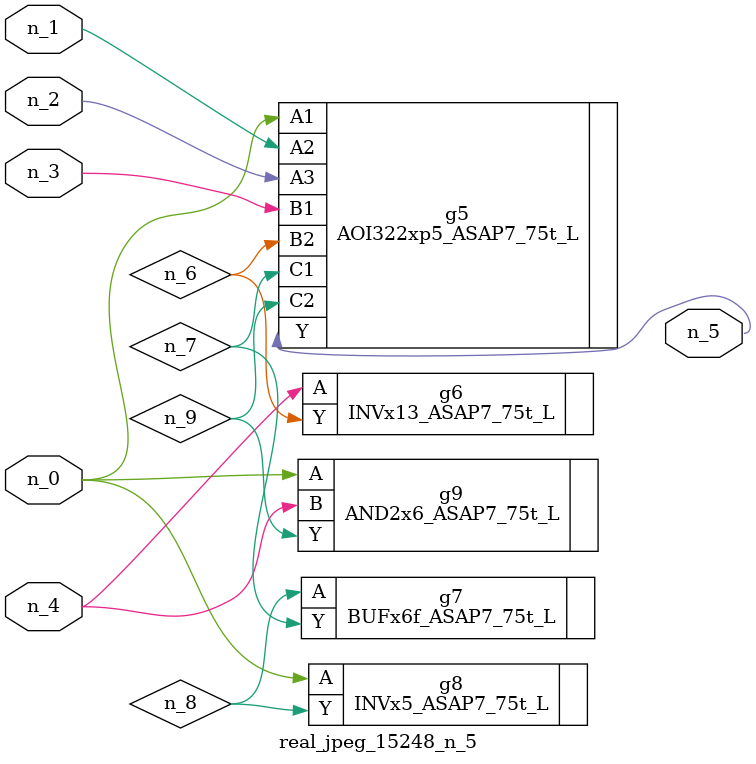
<source format=v>
module real_jpeg_15248_n_5 (n_4, n_0, n_1, n_2, n_3, n_5);

input n_4;
input n_0;
input n_1;
input n_2;
input n_3;

output n_5;

wire n_8;
wire n_6;
wire n_7;
wire n_9;

AOI322xp5_ASAP7_75t_L g5 ( 
.A1(n_0),
.A2(n_1),
.A3(n_2),
.B1(n_3),
.B2(n_6),
.C1(n_7),
.C2(n_9),
.Y(n_5)
);

INVx5_ASAP7_75t_L g8 ( 
.A(n_0),
.Y(n_8)
);

AND2x6_ASAP7_75t_L g9 ( 
.A(n_0),
.B(n_4),
.Y(n_9)
);

INVx13_ASAP7_75t_L g6 ( 
.A(n_4),
.Y(n_6)
);

BUFx6f_ASAP7_75t_L g7 ( 
.A(n_8),
.Y(n_7)
);


endmodule
</source>
